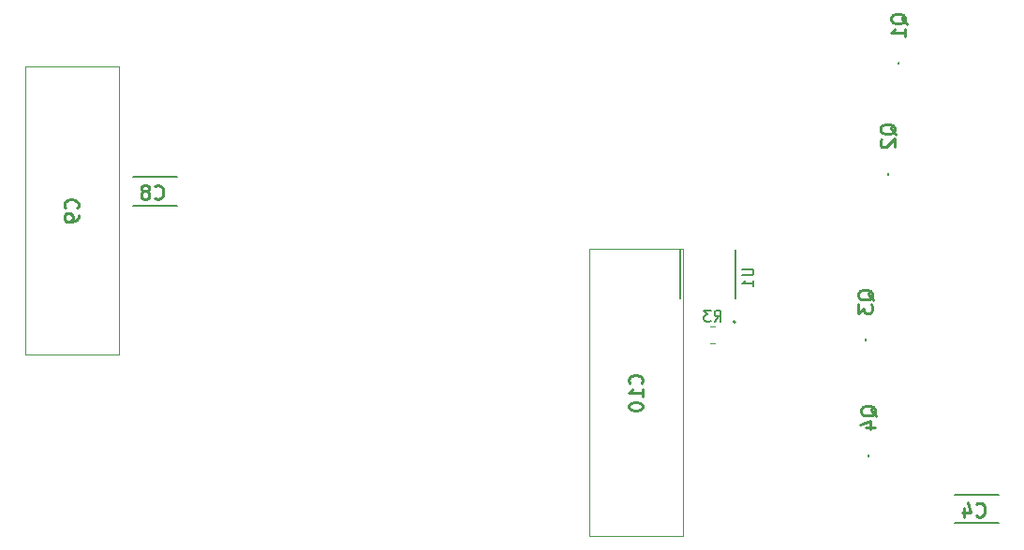
<source format=gbr>
%TF.GenerationSoftware,KiCad,Pcbnew,8.0.2-1*%
%TF.CreationDate,2024-11-25T18:38:24-05:00*%
%TF.ProjectId,EMS-Cast,454d532d-4361-4737-942e-6b696361645f,rev?*%
%TF.SameCoordinates,Original*%
%TF.FileFunction,Legend,Bot*%
%TF.FilePolarity,Positive*%
%FSLAX46Y46*%
G04 Gerber Fmt 4.6, Leading zero omitted, Abs format (unit mm)*
G04 Created by KiCad (PCBNEW 8.0.2-1) date 2024-11-25 18:38:24*
%MOMM*%
%LPD*%
G01*
G04 APERTURE LIST*
%ADD10C,0.150000*%
%ADD11C,0.254000*%
%ADD12C,0.127000*%
%ADD13C,0.200000*%
%ADD14C,0.100000*%
%ADD15C,0.120000*%
G04 APERTURE END LIST*
D10*
X155589819Y-90063095D02*
X156399342Y-90063095D01*
X156399342Y-90063095D02*
X156494580Y-90110714D01*
X156494580Y-90110714D02*
X156542200Y-90158333D01*
X156542200Y-90158333D02*
X156589819Y-90253571D01*
X156589819Y-90253571D02*
X156589819Y-90444047D01*
X156589819Y-90444047D02*
X156542200Y-90539285D01*
X156542200Y-90539285D02*
X156494580Y-90586904D01*
X156494580Y-90586904D02*
X156399342Y-90634523D01*
X156399342Y-90634523D02*
X155589819Y-90634523D01*
X156589819Y-91634523D02*
X156589819Y-91063095D01*
X156589819Y-91348809D02*
X155589819Y-91348809D01*
X155589819Y-91348809D02*
X155732676Y-91253571D01*
X155732676Y-91253571D02*
X155827914Y-91158333D01*
X155827914Y-91158333D02*
X155875533Y-91063095D01*
D11*
X146453365Y-100433571D02*
X146513842Y-100373095D01*
X146513842Y-100373095D02*
X146574318Y-100191666D01*
X146574318Y-100191666D02*
X146574318Y-100070714D01*
X146574318Y-100070714D02*
X146513842Y-99889285D01*
X146513842Y-99889285D02*
X146392889Y-99768333D01*
X146392889Y-99768333D02*
X146271937Y-99707856D01*
X146271937Y-99707856D02*
X146030032Y-99647380D01*
X146030032Y-99647380D02*
X145848603Y-99647380D01*
X145848603Y-99647380D02*
X145606699Y-99707856D01*
X145606699Y-99707856D02*
X145485746Y-99768333D01*
X145485746Y-99768333D02*
X145364794Y-99889285D01*
X145364794Y-99889285D02*
X145304318Y-100070714D01*
X145304318Y-100070714D02*
X145304318Y-100191666D01*
X145304318Y-100191666D02*
X145364794Y-100373095D01*
X145364794Y-100373095D02*
X145425270Y-100433571D01*
X146574318Y-101643095D02*
X146574318Y-100917380D01*
X146574318Y-101280237D02*
X145304318Y-101280237D01*
X145304318Y-101280237D02*
X145485746Y-101159285D01*
X145485746Y-101159285D02*
X145606699Y-101038333D01*
X145606699Y-101038333D02*
X145667175Y-100917380D01*
X145304318Y-102429285D02*
X145304318Y-102550238D01*
X145304318Y-102550238D02*
X145364794Y-102671190D01*
X145364794Y-102671190D02*
X145425270Y-102731666D01*
X145425270Y-102731666D02*
X145546222Y-102792142D01*
X145546222Y-102792142D02*
X145788127Y-102852619D01*
X145788127Y-102852619D02*
X146090508Y-102852619D01*
X146090508Y-102852619D02*
X146332413Y-102792142D01*
X146332413Y-102792142D02*
X146453365Y-102731666D01*
X146453365Y-102731666D02*
X146513842Y-102671190D01*
X146513842Y-102671190D02*
X146574318Y-102550238D01*
X146574318Y-102550238D02*
X146574318Y-102429285D01*
X146574318Y-102429285D02*
X146513842Y-102308333D01*
X146513842Y-102308333D02*
X146453365Y-102247857D01*
X146453365Y-102247857D02*
X146332413Y-102187380D01*
X146332413Y-102187380D02*
X146090508Y-102126904D01*
X146090508Y-102126904D02*
X145788127Y-102126904D01*
X145788127Y-102126904D02*
X145546222Y-102187380D01*
X145546222Y-102187380D02*
X145425270Y-102247857D01*
X145425270Y-102247857D02*
X145364794Y-102308333D01*
X145364794Y-102308333D02*
X145304318Y-102429285D01*
X176716666Y-112362365D02*
X176777142Y-112422842D01*
X176777142Y-112422842D02*
X176958571Y-112483318D01*
X176958571Y-112483318D02*
X177079523Y-112483318D01*
X177079523Y-112483318D02*
X177260952Y-112422842D01*
X177260952Y-112422842D02*
X177381904Y-112301889D01*
X177381904Y-112301889D02*
X177442381Y-112180937D01*
X177442381Y-112180937D02*
X177502857Y-111939032D01*
X177502857Y-111939032D02*
X177502857Y-111757603D01*
X177502857Y-111757603D02*
X177442381Y-111515699D01*
X177442381Y-111515699D02*
X177381904Y-111394746D01*
X177381904Y-111394746D02*
X177260952Y-111273794D01*
X177260952Y-111273794D02*
X177079523Y-111213318D01*
X177079523Y-111213318D02*
X176958571Y-111213318D01*
X176958571Y-111213318D02*
X176777142Y-111273794D01*
X176777142Y-111273794D02*
X176716666Y-111334270D01*
X175628095Y-111636651D02*
X175628095Y-112483318D01*
X175930476Y-111152842D02*
X176232857Y-112059984D01*
X176232857Y-112059984D02*
X175446666Y-112059984D01*
D10*
X153071666Y-94804819D02*
X153404999Y-94328628D01*
X153643094Y-94804819D02*
X153643094Y-93804819D01*
X153643094Y-93804819D02*
X153262142Y-93804819D01*
X153262142Y-93804819D02*
X153166904Y-93852438D01*
X153166904Y-93852438D02*
X153119285Y-93900057D01*
X153119285Y-93900057D02*
X153071666Y-93995295D01*
X153071666Y-93995295D02*
X153071666Y-94138152D01*
X153071666Y-94138152D02*
X153119285Y-94233390D01*
X153119285Y-94233390D02*
X153166904Y-94281009D01*
X153166904Y-94281009D02*
X153262142Y-94328628D01*
X153262142Y-94328628D02*
X153643094Y-94328628D01*
X152738332Y-93804819D02*
X152119285Y-93804819D01*
X152119285Y-93804819D02*
X152452618Y-94185771D01*
X152452618Y-94185771D02*
X152309761Y-94185771D01*
X152309761Y-94185771D02*
X152214523Y-94233390D01*
X152214523Y-94233390D02*
X152166904Y-94281009D01*
X152166904Y-94281009D02*
X152119285Y-94376247D01*
X152119285Y-94376247D02*
X152119285Y-94614342D01*
X152119285Y-94614342D02*
X152166904Y-94709580D01*
X152166904Y-94709580D02*
X152214523Y-94757200D01*
X152214523Y-94757200D02*
X152309761Y-94804819D01*
X152309761Y-94804819D02*
X152595475Y-94804819D01*
X152595475Y-94804819D02*
X152690713Y-94757200D01*
X152690713Y-94757200D02*
X152738332Y-94709580D01*
D11*
X167695270Y-103379047D02*
X167634794Y-103258095D01*
X167634794Y-103258095D02*
X167513842Y-103137142D01*
X167513842Y-103137142D02*
X167332413Y-102955714D01*
X167332413Y-102955714D02*
X167271937Y-102834761D01*
X167271937Y-102834761D02*
X167271937Y-102713809D01*
X167574318Y-102774285D02*
X167513842Y-102653333D01*
X167513842Y-102653333D02*
X167392889Y-102532380D01*
X167392889Y-102532380D02*
X167150984Y-102471904D01*
X167150984Y-102471904D02*
X166727651Y-102471904D01*
X166727651Y-102471904D02*
X166485746Y-102532380D01*
X166485746Y-102532380D02*
X166364794Y-102653333D01*
X166364794Y-102653333D02*
X166304318Y-102774285D01*
X166304318Y-102774285D02*
X166304318Y-103016190D01*
X166304318Y-103016190D02*
X166364794Y-103137142D01*
X166364794Y-103137142D02*
X166485746Y-103258095D01*
X166485746Y-103258095D02*
X166727651Y-103318571D01*
X166727651Y-103318571D02*
X167150984Y-103318571D01*
X167150984Y-103318571D02*
X167392889Y-103258095D01*
X167392889Y-103258095D02*
X167513842Y-103137142D01*
X167513842Y-103137142D02*
X167574318Y-103016190D01*
X167574318Y-103016190D02*
X167574318Y-102774285D01*
X166727651Y-104407142D02*
X167574318Y-104407142D01*
X166243842Y-104104761D02*
X167150984Y-103802380D01*
X167150984Y-103802380D02*
X167150984Y-104588571D01*
X170420270Y-67879047D02*
X170359794Y-67758095D01*
X170359794Y-67758095D02*
X170238842Y-67637142D01*
X170238842Y-67637142D02*
X170057413Y-67455714D01*
X170057413Y-67455714D02*
X169996937Y-67334761D01*
X169996937Y-67334761D02*
X169996937Y-67213809D01*
X170299318Y-67274285D02*
X170238842Y-67153333D01*
X170238842Y-67153333D02*
X170117889Y-67032380D01*
X170117889Y-67032380D02*
X169875984Y-66971904D01*
X169875984Y-66971904D02*
X169452651Y-66971904D01*
X169452651Y-66971904D02*
X169210746Y-67032380D01*
X169210746Y-67032380D02*
X169089794Y-67153333D01*
X169089794Y-67153333D02*
X169029318Y-67274285D01*
X169029318Y-67274285D02*
X169029318Y-67516190D01*
X169029318Y-67516190D02*
X169089794Y-67637142D01*
X169089794Y-67637142D02*
X169210746Y-67758095D01*
X169210746Y-67758095D02*
X169452651Y-67818571D01*
X169452651Y-67818571D02*
X169875984Y-67818571D01*
X169875984Y-67818571D02*
X170117889Y-67758095D01*
X170117889Y-67758095D02*
X170238842Y-67637142D01*
X170238842Y-67637142D02*
X170299318Y-67516190D01*
X170299318Y-67516190D02*
X170299318Y-67274285D01*
X170299318Y-69028095D02*
X170299318Y-68302380D01*
X170299318Y-68665237D02*
X169029318Y-68665237D01*
X169029318Y-68665237D02*
X169210746Y-68544285D01*
X169210746Y-68544285D02*
X169331699Y-68423333D01*
X169331699Y-68423333D02*
X169392175Y-68302380D01*
X167445270Y-92879047D02*
X167384794Y-92758095D01*
X167384794Y-92758095D02*
X167263842Y-92637142D01*
X167263842Y-92637142D02*
X167082413Y-92455714D01*
X167082413Y-92455714D02*
X167021937Y-92334761D01*
X167021937Y-92334761D02*
X167021937Y-92213809D01*
X167324318Y-92274285D02*
X167263842Y-92153333D01*
X167263842Y-92153333D02*
X167142889Y-92032380D01*
X167142889Y-92032380D02*
X166900984Y-91971904D01*
X166900984Y-91971904D02*
X166477651Y-91971904D01*
X166477651Y-91971904D02*
X166235746Y-92032380D01*
X166235746Y-92032380D02*
X166114794Y-92153333D01*
X166114794Y-92153333D02*
X166054318Y-92274285D01*
X166054318Y-92274285D02*
X166054318Y-92516190D01*
X166054318Y-92516190D02*
X166114794Y-92637142D01*
X166114794Y-92637142D02*
X166235746Y-92758095D01*
X166235746Y-92758095D02*
X166477651Y-92818571D01*
X166477651Y-92818571D02*
X166900984Y-92818571D01*
X166900984Y-92818571D02*
X167142889Y-92758095D01*
X167142889Y-92758095D02*
X167263842Y-92637142D01*
X167263842Y-92637142D02*
X167324318Y-92516190D01*
X167324318Y-92516190D02*
X167324318Y-92274285D01*
X166054318Y-93241904D02*
X166054318Y-94028095D01*
X166054318Y-94028095D02*
X166538127Y-93604761D01*
X166538127Y-93604761D02*
X166538127Y-93786190D01*
X166538127Y-93786190D02*
X166598603Y-93907142D01*
X166598603Y-93907142D02*
X166659080Y-93967618D01*
X166659080Y-93967618D02*
X166780032Y-94028095D01*
X166780032Y-94028095D02*
X167082413Y-94028095D01*
X167082413Y-94028095D02*
X167203365Y-93967618D01*
X167203365Y-93967618D02*
X167263842Y-93907142D01*
X167263842Y-93907142D02*
X167324318Y-93786190D01*
X167324318Y-93786190D02*
X167324318Y-93423333D01*
X167324318Y-93423333D02*
X167263842Y-93302380D01*
X167263842Y-93302380D02*
X167203365Y-93241904D01*
X169445270Y-77879047D02*
X169384794Y-77758095D01*
X169384794Y-77758095D02*
X169263842Y-77637142D01*
X169263842Y-77637142D02*
X169082413Y-77455714D01*
X169082413Y-77455714D02*
X169021937Y-77334761D01*
X169021937Y-77334761D02*
X169021937Y-77213809D01*
X169324318Y-77274285D02*
X169263842Y-77153333D01*
X169263842Y-77153333D02*
X169142889Y-77032380D01*
X169142889Y-77032380D02*
X168900984Y-76971904D01*
X168900984Y-76971904D02*
X168477651Y-76971904D01*
X168477651Y-76971904D02*
X168235746Y-77032380D01*
X168235746Y-77032380D02*
X168114794Y-77153333D01*
X168114794Y-77153333D02*
X168054318Y-77274285D01*
X168054318Y-77274285D02*
X168054318Y-77516190D01*
X168054318Y-77516190D02*
X168114794Y-77637142D01*
X168114794Y-77637142D02*
X168235746Y-77758095D01*
X168235746Y-77758095D02*
X168477651Y-77818571D01*
X168477651Y-77818571D02*
X168900984Y-77818571D01*
X168900984Y-77818571D02*
X169142889Y-77758095D01*
X169142889Y-77758095D02*
X169263842Y-77637142D01*
X169263842Y-77637142D02*
X169324318Y-77516190D01*
X169324318Y-77516190D02*
X169324318Y-77274285D01*
X168175270Y-78302380D02*
X168114794Y-78362856D01*
X168114794Y-78362856D02*
X168054318Y-78483809D01*
X168054318Y-78483809D02*
X168054318Y-78786190D01*
X168054318Y-78786190D02*
X168114794Y-78907142D01*
X168114794Y-78907142D02*
X168175270Y-78967618D01*
X168175270Y-78967618D02*
X168296222Y-79028095D01*
X168296222Y-79028095D02*
X168417175Y-79028095D01*
X168417175Y-79028095D02*
X168598603Y-78967618D01*
X168598603Y-78967618D02*
X169324318Y-78241904D01*
X169324318Y-78241904D02*
X169324318Y-79028095D01*
X102466666Y-83612365D02*
X102527142Y-83672842D01*
X102527142Y-83672842D02*
X102708571Y-83733318D01*
X102708571Y-83733318D02*
X102829523Y-83733318D01*
X102829523Y-83733318D02*
X103010952Y-83672842D01*
X103010952Y-83672842D02*
X103131904Y-83551889D01*
X103131904Y-83551889D02*
X103192381Y-83430937D01*
X103192381Y-83430937D02*
X103252857Y-83189032D01*
X103252857Y-83189032D02*
X103252857Y-83007603D01*
X103252857Y-83007603D02*
X103192381Y-82765699D01*
X103192381Y-82765699D02*
X103131904Y-82644746D01*
X103131904Y-82644746D02*
X103010952Y-82523794D01*
X103010952Y-82523794D02*
X102829523Y-82463318D01*
X102829523Y-82463318D02*
X102708571Y-82463318D01*
X102708571Y-82463318D02*
X102527142Y-82523794D01*
X102527142Y-82523794D02*
X102466666Y-82584270D01*
X101740952Y-83007603D02*
X101861904Y-82947127D01*
X101861904Y-82947127D02*
X101922381Y-82886651D01*
X101922381Y-82886651D02*
X101982857Y-82765699D01*
X101982857Y-82765699D02*
X101982857Y-82705222D01*
X101982857Y-82705222D02*
X101922381Y-82584270D01*
X101922381Y-82584270D02*
X101861904Y-82523794D01*
X101861904Y-82523794D02*
X101740952Y-82463318D01*
X101740952Y-82463318D02*
X101499047Y-82463318D01*
X101499047Y-82463318D02*
X101378095Y-82523794D01*
X101378095Y-82523794D02*
X101317619Y-82584270D01*
X101317619Y-82584270D02*
X101257142Y-82705222D01*
X101257142Y-82705222D02*
X101257142Y-82765699D01*
X101257142Y-82765699D02*
X101317619Y-82886651D01*
X101317619Y-82886651D02*
X101378095Y-82947127D01*
X101378095Y-82947127D02*
X101499047Y-83007603D01*
X101499047Y-83007603D02*
X101740952Y-83007603D01*
X101740952Y-83007603D02*
X101861904Y-83068080D01*
X101861904Y-83068080D02*
X101922381Y-83128556D01*
X101922381Y-83128556D02*
X101982857Y-83249508D01*
X101982857Y-83249508D02*
X101982857Y-83491413D01*
X101982857Y-83491413D02*
X101922381Y-83612365D01*
X101922381Y-83612365D02*
X101861904Y-83672842D01*
X101861904Y-83672842D02*
X101740952Y-83733318D01*
X101740952Y-83733318D02*
X101499047Y-83733318D01*
X101499047Y-83733318D02*
X101378095Y-83672842D01*
X101378095Y-83672842D02*
X101317619Y-83612365D01*
X101317619Y-83612365D02*
X101257142Y-83491413D01*
X101257142Y-83491413D02*
X101257142Y-83249508D01*
X101257142Y-83249508D02*
X101317619Y-83128556D01*
X101317619Y-83128556D02*
X101378095Y-83068080D01*
X101378095Y-83068080D02*
X101499047Y-83007603D01*
X95453365Y-84538333D02*
X95513842Y-84477857D01*
X95513842Y-84477857D02*
X95574318Y-84296428D01*
X95574318Y-84296428D02*
X95574318Y-84175476D01*
X95574318Y-84175476D02*
X95513842Y-83994047D01*
X95513842Y-83994047D02*
X95392889Y-83873095D01*
X95392889Y-83873095D02*
X95271937Y-83812618D01*
X95271937Y-83812618D02*
X95030032Y-83752142D01*
X95030032Y-83752142D02*
X94848603Y-83752142D01*
X94848603Y-83752142D02*
X94606699Y-83812618D01*
X94606699Y-83812618D02*
X94485746Y-83873095D01*
X94485746Y-83873095D02*
X94364794Y-83994047D01*
X94364794Y-83994047D02*
X94304318Y-84175476D01*
X94304318Y-84175476D02*
X94304318Y-84296428D01*
X94304318Y-84296428D02*
X94364794Y-84477857D01*
X94364794Y-84477857D02*
X94425270Y-84538333D01*
X95574318Y-85143095D02*
X95574318Y-85384999D01*
X95574318Y-85384999D02*
X95513842Y-85505952D01*
X95513842Y-85505952D02*
X95453365Y-85566428D01*
X95453365Y-85566428D02*
X95271937Y-85687380D01*
X95271937Y-85687380D02*
X95030032Y-85747857D01*
X95030032Y-85747857D02*
X94546222Y-85747857D01*
X94546222Y-85747857D02*
X94425270Y-85687380D01*
X94425270Y-85687380D02*
X94364794Y-85626904D01*
X94364794Y-85626904D02*
X94304318Y-85505952D01*
X94304318Y-85505952D02*
X94304318Y-85264047D01*
X94304318Y-85264047D02*
X94364794Y-85143095D01*
X94364794Y-85143095D02*
X94425270Y-85082618D01*
X94425270Y-85082618D02*
X94546222Y-85022142D01*
X94546222Y-85022142D02*
X94848603Y-85022142D01*
X94848603Y-85022142D02*
X94969556Y-85082618D01*
X94969556Y-85082618D02*
X95030032Y-85143095D01*
X95030032Y-85143095D02*
X95090508Y-85264047D01*
X95090508Y-85264047D02*
X95090508Y-85505952D01*
X95090508Y-85505952D02*
X95030032Y-85626904D01*
X95030032Y-85626904D02*
X94969556Y-85687380D01*
X94969556Y-85687380D02*
X94848603Y-85747857D01*
D12*
%TO.C,U1*%
X150000000Y-88300000D02*
X150000000Y-92700000D01*
X155000000Y-88300000D02*
X155000000Y-92700000D01*
D13*
X154960000Y-94840000D02*
G75*
G02*
X154760000Y-94840000I-100000J0D01*
G01*
X154760000Y-94840000D02*
G75*
G02*
X154960000Y-94840000I100000J0D01*
G01*
D14*
%TO.C,C10*%
X141750000Y-88250000D02*
X150250000Y-88250000D01*
X141750000Y-114250000D02*
X141750000Y-88250000D01*
X150250000Y-88250000D02*
X150250000Y-114250000D01*
X150250000Y-114250000D02*
X141750000Y-114250000D01*
D13*
%TO.C,C4*%
X178750000Y-113050000D02*
X174750000Y-113050000D01*
X178750000Y-110450000D02*
X174750000Y-110450000D01*
D15*
%TO.C,R3*%
X152677936Y-95265000D02*
X153132064Y-95265000D01*
X152677936Y-96735000D02*
X153132064Y-96735000D01*
D13*
%TO.C,Q4*%
X167000000Y-106900000D02*
X167000000Y-106900000D01*
X167000000Y-107000000D02*
X167000000Y-107000000D01*
X167000000Y-106900000D02*
G75*
G02*
X167000000Y-107000000I0J-50000D01*
G01*
X167000000Y-107000000D02*
G75*
G02*
X167000000Y-106900000I0J50000D01*
G01*
%TO.C,Q1*%
X169725000Y-71400000D02*
X169725000Y-71400000D01*
X169725000Y-71500000D02*
X169725000Y-71500000D01*
X169725000Y-71400000D02*
G75*
G02*
X169725000Y-71500000I0J-50000D01*
G01*
X169725000Y-71500000D02*
G75*
G02*
X169725000Y-71400000I0J50000D01*
G01*
%TO.C,Q3*%
X166750000Y-96400000D02*
X166750000Y-96400000D01*
X166750000Y-96500000D02*
X166750000Y-96500000D01*
X166750000Y-96400000D02*
G75*
G02*
X166750000Y-96500000I0J-50000D01*
G01*
X166750000Y-96500000D02*
G75*
G02*
X166750000Y-96400000I0J50000D01*
G01*
%TO.C,Q2*%
X168750000Y-81400000D02*
X168750000Y-81400000D01*
X168750000Y-81500000D02*
X168750000Y-81500000D01*
X168750000Y-81400000D02*
G75*
G02*
X168750000Y-81500000I0J-50000D01*
G01*
X168750000Y-81500000D02*
G75*
G02*
X168750000Y-81400000I0J50000D01*
G01*
%TO.C,C8*%
X104500000Y-81700000D02*
X100500000Y-81700000D01*
X104500000Y-84300000D02*
X100500000Y-84300000D01*
D14*
%TO.C,C9*%
X90750000Y-71750000D02*
X99250000Y-71750000D01*
X90750000Y-97750000D02*
X90750000Y-71750000D01*
X99250000Y-71750000D02*
X99250000Y-97750000D01*
X99250000Y-97750000D02*
X90750000Y-97750000D01*
%TD*%
M02*

</source>
